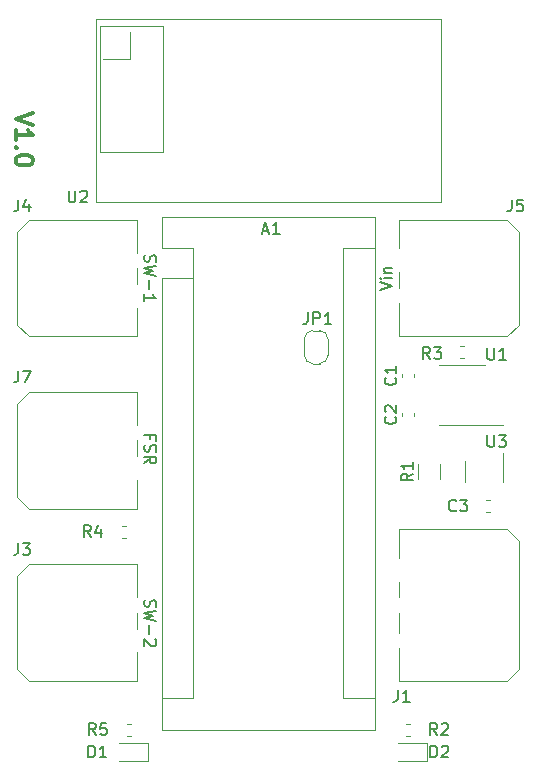
<source format=gbr>
G04 #@! TF.GenerationSoftware,KiCad,Pcbnew,(5.1.5)-3*
G04 #@! TF.CreationDate,2020-05-08T01:18:23-06:00*
G04 #@! TF.ProjectId,cap,6361702e-6b69-4636-9164-5f7063625858,rev?*
G04 #@! TF.SameCoordinates,Original*
G04 #@! TF.FileFunction,Legend,Top*
G04 #@! TF.FilePolarity,Positive*
%FSLAX46Y46*%
G04 Gerber Fmt 4.6, Leading zero omitted, Abs format (unit mm)*
G04 Created by KiCad (PCBNEW (5.1.5)-3) date 2020-05-08 01:18:23*
%MOMM*%
%LPD*%
G04 APERTURE LIST*
%ADD10C,0.150000*%
%ADD11C,0.300000*%
%ADD12C,0.120000*%
G04 APERTURE END LIST*
D10*
X122041238Y-95347619D02*
X121993619Y-95490476D01*
X121993619Y-95728571D01*
X122041238Y-95823809D01*
X122088857Y-95871428D01*
X122184095Y-95919047D01*
X122279333Y-95919047D01*
X122374571Y-95871428D01*
X122422190Y-95823809D01*
X122469809Y-95728571D01*
X122517428Y-95538095D01*
X122565047Y-95442857D01*
X122612666Y-95395238D01*
X122707904Y-95347619D01*
X122803142Y-95347619D01*
X122898380Y-95395238D01*
X122946000Y-95442857D01*
X122993619Y-95538095D01*
X122993619Y-95776190D01*
X122946000Y-95919047D01*
X122993619Y-96252380D02*
X121993619Y-96490476D01*
X122707904Y-96680952D01*
X121993619Y-96871428D01*
X122993619Y-97109523D01*
X122374571Y-97490476D02*
X122374571Y-98252380D01*
X122898380Y-98680952D02*
X122946000Y-98728571D01*
X122993619Y-98823809D01*
X122993619Y-99061904D01*
X122946000Y-99157142D01*
X122898380Y-99204761D01*
X122803142Y-99252380D01*
X122707904Y-99252380D01*
X122565047Y-99204761D01*
X121993619Y-98633333D01*
X121993619Y-99252380D01*
X122041238Y-66137619D02*
X121993619Y-66280476D01*
X121993619Y-66518571D01*
X122041238Y-66613809D01*
X122088857Y-66661428D01*
X122184095Y-66709047D01*
X122279333Y-66709047D01*
X122374571Y-66661428D01*
X122422190Y-66613809D01*
X122469809Y-66518571D01*
X122517428Y-66328095D01*
X122565047Y-66232857D01*
X122612666Y-66185238D01*
X122707904Y-66137619D01*
X122803142Y-66137619D01*
X122898380Y-66185238D01*
X122946000Y-66232857D01*
X122993619Y-66328095D01*
X122993619Y-66566190D01*
X122946000Y-66709047D01*
X122993619Y-67042380D02*
X121993619Y-67280476D01*
X122707904Y-67470952D01*
X121993619Y-67661428D01*
X122993619Y-67899523D01*
X122374571Y-68280476D02*
X122374571Y-69042380D01*
X121993619Y-70042380D02*
X121993619Y-69470952D01*
X121993619Y-69756666D02*
X122993619Y-69756666D01*
X122850761Y-69661428D01*
X122755523Y-69566190D01*
X122707904Y-69470952D01*
X122517428Y-81734666D02*
X122517428Y-81401333D01*
X121993619Y-81401333D02*
X122993619Y-81401333D01*
X122993619Y-81877523D01*
X122041238Y-82210857D02*
X121993619Y-82353714D01*
X121993619Y-82591809D01*
X122041238Y-82687047D01*
X122088857Y-82734666D01*
X122184095Y-82782285D01*
X122279333Y-82782285D01*
X122374571Y-82734666D01*
X122422190Y-82687047D01*
X122469809Y-82591809D01*
X122517428Y-82401333D01*
X122565047Y-82306095D01*
X122612666Y-82258476D01*
X122707904Y-82210857D01*
X122803142Y-82210857D01*
X122898380Y-82258476D01*
X122946000Y-82306095D01*
X122993619Y-82401333D01*
X122993619Y-82639428D01*
X122946000Y-82782285D01*
X121993619Y-83782285D02*
X122469809Y-83448952D01*
X121993619Y-83210857D02*
X122993619Y-83210857D01*
X122993619Y-83591809D01*
X122946000Y-83687047D01*
X122898380Y-83734666D01*
X122803142Y-83782285D01*
X122660285Y-83782285D01*
X122565047Y-83734666D01*
X122517428Y-83687047D01*
X122469809Y-83591809D01*
X122469809Y-83210857D01*
X141964380Y-69113809D02*
X142964380Y-68780476D01*
X141964380Y-68447142D01*
X142964380Y-68113809D02*
X142297714Y-68113809D01*
X141964380Y-68113809D02*
X142012000Y-68161428D01*
X142059619Y-68113809D01*
X142012000Y-68066190D01*
X141964380Y-68113809D01*
X142059619Y-68113809D01*
X142297714Y-67637619D02*
X142964380Y-67637619D01*
X142392952Y-67637619D02*
X142345333Y-67590000D01*
X142297714Y-67494761D01*
X142297714Y-67351904D01*
X142345333Y-67256666D01*
X142440571Y-67209047D01*
X142964380Y-67209047D01*
D11*
X112599428Y-54120285D02*
X111099428Y-54620285D01*
X112599428Y-55120285D01*
X111099428Y-56406000D02*
X111099428Y-55548857D01*
X111099428Y-55977428D02*
X112599428Y-55977428D01*
X112385142Y-55834571D01*
X112242285Y-55691714D01*
X112170857Y-55548857D01*
X111242285Y-57048857D02*
X111170857Y-57120285D01*
X111099428Y-57048857D01*
X111170857Y-56977428D01*
X111242285Y-57048857D01*
X111099428Y-57048857D01*
X112599428Y-58048857D02*
X112599428Y-58191714D01*
X112528000Y-58334571D01*
X112456571Y-58406000D01*
X112313714Y-58477428D01*
X112028000Y-58548857D01*
X111670857Y-58548857D01*
X111385142Y-58477428D01*
X111242285Y-58406000D01*
X111170857Y-58334571D01*
X111099428Y-58191714D01*
X111099428Y-58048857D01*
X111170857Y-57906000D01*
X111242285Y-57834571D01*
X111385142Y-57763142D01*
X111670857Y-57691714D01*
X112028000Y-57691714D01*
X112313714Y-57763142D01*
X112456571Y-57834571D01*
X112528000Y-57906000D01*
X112599428Y-58048857D01*
D12*
X141530000Y-62890000D02*
X123490000Y-62890000D01*
X141530000Y-106330000D02*
X141530000Y-62890000D01*
X123490000Y-106330000D02*
X141530000Y-106330000D01*
X126160000Y-103660000D02*
X123490000Y-103660000D01*
X126160000Y-68100000D02*
X126160000Y-103660000D01*
X126160000Y-68100000D02*
X123490000Y-68100000D01*
X138860000Y-103660000D02*
X141530000Y-103660000D01*
X138860000Y-65560000D02*
X138860000Y-103660000D01*
X138860000Y-65560000D02*
X141530000Y-65560000D01*
X123490000Y-62890000D02*
X123490000Y-65560000D01*
X123490000Y-68100000D02*
X123490000Y-106330000D01*
X126160000Y-65560000D02*
X123490000Y-65560000D01*
X126160000Y-68100000D02*
X126160000Y-65560000D01*
X120124221Y-90063000D02*
X120449779Y-90063000D01*
X120124221Y-89043000D02*
X120449779Y-89043000D01*
X148728221Y-74863000D02*
X149053779Y-74863000D01*
X148728221Y-73843000D02*
X149053779Y-73843000D01*
X137543000Y-73232000D02*
X137543000Y-74632000D01*
X136843000Y-75332000D02*
X136243000Y-75332000D01*
X135543000Y-74632000D02*
X135543000Y-73232000D01*
X136243000Y-72532000D02*
X136843000Y-72532000D01*
X136843000Y-72532000D02*
G75*
G02X137543000Y-73232000I0J-700000D01*
G01*
X135543000Y-73232000D02*
G75*
G02X136243000Y-72532000I700000J0D01*
G01*
X136243000Y-75332000D02*
G75*
G02X135543000Y-74632000I0J700000D01*
G01*
X137543000Y-74632000D02*
G75*
G02X136843000Y-75332000I-700000J0D01*
G01*
X144824000Y-79809779D02*
X144824000Y-79484221D01*
X143804000Y-79809779D02*
X143804000Y-79484221D01*
X144824000Y-76507779D02*
X144824000Y-76182221D01*
X143804000Y-76507779D02*
X143804000Y-76182221D01*
X118230000Y-46736000D02*
X123564000Y-46736000D01*
X123564000Y-46736000D02*
X123564000Y-57404000D01*
X123564000Y-57404000D02*
X118230000Y-57404000D01*
X118230000Y-57404000D02*
X118230000Y-57404000D01*
X120770000Y-47244000D02*
X120770000Y-49530000D01*
X120770000Y-49530000D02*
X118484000Y-49530000D01*
X118484000Y-49530000D02*
X118484000Y-49530000D01*
X117900000Y-46160000D02*
X147100000Y-46160000D01*
X147100000Y-46160000D02*
X147100000Y-61610000D01*
X147100000Y-61610000D02*
X117900000Y-61610000D01*
X117900000Y-61610000D02*
X117900000Y-46160000D01*
X117900000Y-46160000D02*
X117900000Y-46160000D01*
X118230000Y-57404000D02*
X118230000Y-46736000D01*
X118230000Y-46736000D02*
X118230000Y-46736000D01*
X151273779Y-87904000D02*
X150948221Y-87904000D01*
X151273779Y-86884000D02*
X150948221Y-86884000D01*
X148891000Y-75436000D02*
X146941000Y-75436000D01*
X148891000Y-75436000D02*
X150841000Y-75436000D01*
X148891000Y-80556000D02*
X146941000Y-80556000D01*
X148891000Y-80556000D02*
X152341000Y-80556000D01*
X149181000Y-83573000D02*
X149181000Y-85373000D01*
X152401000Y-85373000D02*
X152401000Y-82923000D01*
X119868000Y-108955000D02*
X122328000Y-108955000D01*
X122328000Y-108955000D02*
X122328000Y-107485000D01*
X122328000Y-107485000D02*
X119868000Y-107485000D01*
X145950000Y-107485000D02*
X143490000Y-107485000D01*
X145950000Y-108955000D02*
X145950000Y-107485000D01*
X143490000Y-108955000D02*
X145950000Y-108955000D01*
X144461267Y-106827000D02*
X144118733Y-106827000D01*
X144461267Y-105807000D02*
X144118733Y-105807000D01*
X120884267Y-105807000D02*
X120541733Y-105807000D01*
X120884267Y-106827000D02*
X120541733Y-106827000D01*
X121377000Y-102211000D02*
X112257000Y-102211000D01*
X112257000Y-102211000D02*
X111257000Y-101211000D01*
X111257000Y-101211000D02*
X111257000Y-93341000D01*
X111257000Y-93341000D02*
X112257000Y-92341000D01*
X112257000Y-92341000D02*
X121377000Y-92341000D01*
X121377000Y-102211000D02*
X121377000Y-99786000D01*
X121377000Y-92341000D02*
X121377000Y-95124233D01*
X121377000Y-97766000D02*
X121377000Y-96427767D01*
X143581000Y-89341000D02*
X152701000Y-89341000D01*
X152701000Y-89341000D02*
X153701000Y-90341000D01*
X153701000Y-90341000D02*
X153701000Y-101211000D01*
X153701000Y-101211000D02*
X152701000Y-102211000D01*
X152701000Y-102211000D02*
X143581000Y-102211000D01*
X143581000Y-89341000D02*
X143581000Y-91766000D01*
X143581000Y-102211000D02*
X143581000Y-99427767D01*
X143581000Y-93786000D02*
X143581000Y-95124233D01*
X143581000Y-96427767D02*
X143581000Y-98124233D01*
X121377000Y-73025000D02*
X112257000Y-73025000D01*
X112257000Y-73025000D02*
X111257000Y-72025000D01*
X111257000Y-72025000D02*
X111257000Y-64155000D01*
X111257000Y-64155000D02*
X112257000Y-63155000D01*
X112257000Y-63155000D02*
X121377000Y-63155000D01*
X121377000Y-73025000D02*
X121377000Y-70600000D01*
X121377000Y-63155000D02*
X121377000Y-65938233D01*
X121377000Y-68580000D02*
X121377000Y-67241767D01*
X143581000Y-63155000D02*
X152701000Y-63155000D01*
X152701000Y-63155000D02*
X153701000Y-64155000D01*
X153701000Y-64155000D02*
X153701000Y-72025000D01*
X153701000Y-72025000D02*
X152701000Y-73025000D01*
X152701000Y-73025000D02*
X143581000Y-73025000D01*
X143581000Y-63155000D02*
X143581000Y-65580000D01*
X143581000Y-73025000D02*
X143581000Y-70241767D01*
X143581000Y-67600000D02*
X143581000Y-68938233D01*
X121377000Y-83173000D02*
X121377000Y-81834767D01*
X121377000Y-77748000D02*
X121377000Y-80531233D01*
X121377000Y-87618000D02*
X121377000Y-85193000D01*
X112257000Y-77748000D02*
X121377000Y-77748000D01*
X111257000Y-78748000D02*
X112257000Y-77748000D01*
X111257000Y-86618000D02*
X111257000Y-78748000D01*
X112257000Y-87618000D02*
X111257000Y-86618000D01*
X121377000Y-87618000D02*
X112257000Y-87618000D01*
X145182000Y-85075064D02*
X145182000Y-83870936D01*
X147002000Y-85075064D02*
X147002000Y-83870936D01*
D10*
X132018714Y-64065666D02*
X132494904Y-64065666D01*
X131923476Y-64351380D02*
X132256809Y-63351380D01*
X132590142Y-64351380D01*
X133447285Y-64351380D02*
X132875857Y-64351380D01*
X133161571Y-64351380D02*
X133161571Y-63351380D01*
X133066333Y-63494238D01*
X132971095Y-63589476D01*
X132875857Y-63637095D01*
X117453333Y-90005380D02*
X117120000Y-89529190D01*
X116881904Y-90005380D02*
X116881904Y-89005380D01*
X117262857Y-89005380D01*
X117358095Y-89053000D01*
X117405714Y-89100619D01*
X117453333Y-89195857D01*
X117453333Y-89338714D01*
X117405714Y-89433952D01*
X117358095Y-89481571D01*
X117262857Y-89529190D01*
X116881904Y-89529190D01*
X118310476Y-89338714D02*
X118310476Y-90005380D01*
X118072380Y-88957761D02*
X117834285Y-89672047D01*
X118453333Y-89672047D01*
X146184333Y-74932380D02*
X145851000Y-74456190D01*
X145612904Y-74932380D02*
X145612904Y-73932380D01*
X145993857Y-73932380D01*
X146089095Y-73980000D01*
X146136714Y-74027619D01*
X146184333Y-74122857D01*
X146184333Y-74265714D01*
X146136714Y-74360952D01*
X146089095Y-74408571D01*
X145993857Y-74456190D01*
X145612904Y-74456190D01*
X146517666Y-73932380D02*
X147136714Y-73932380D01*
X146803380Y-74313333D01*
X146946238Y-74313333D01*
X147041476Y-74360952D01*
X147089095Y-74408571D01*
X147136714Y-74503809D01*
X147136714Y-74741904D01*
X147089095Y-74837142D01*
X147041476Y-74884761D01*
X146946238Y-74932380D01*
X146660523Y-74932380D01*
X146565285Y-74884761D01*
X146517666Y-74837142D01*
X135836666Y-70986380D02*
X135836666Y-71700666D01*
X135789047Y-71843523D01*
X135693809Y-71938761D01*
X135550952Y-71986380D01*
X135455714Y-71986380D01*
X136312857Y-71986380D02*
X136312857Y-70986380D01*
X136693809Y-70986380D01*
X136789047Y-71034000D01*
X136836666Y-71081619D01*
X136884285Y-71176857D01*
X136884285Y-71319714D01*
X136836666Y-71414952D01*
X136789047Y-71462571D01*
X136693809Y-71510190D01*
X136312857Y-71510190D01*
X137836666Y-71986380D02*
X137265238Y-71986380D01*
X137550952Y-71986380D02*
X137550952Y-70986380D01*
X137455714Y-71129238D01*
X137360476Y-71224476D01*
X137265238Y-71272095D01*
X143250142Y-79813666D02*
X143297761Y-79861285D01*
X143345380Y-80004142D01*
X143345380Y-80099380D01*
X143297761Y-80242238D01*
X143202523Y-80337476D01*
X143107285Y-80385095D01*
X142916809Y-80432714D01*
X142773952Y-80432714D01*
X142583476Y-80385095D01*
X142488238Y-80337476D01*
X142393000Y-80242238D01*
X142345380Y-80099380D01*
X142345380Y-80004142D01*
X142393000Y-79861285D01*
X142440619Y-79813666D01*
X142440619Y-79432714D02*
X142393000Y-79385095D01*
X142345380Y-79289857D01*
X142345380Y-79051761D01*
X142393000Y-78956523D01*
X142440619Y-78908904D01*
X142535857Y-78861285D01*
X142631095Y-78861285D01*
X142773952Y-78908904D01*
X143345380Y-79480333D01*
X143345380Y-78861285D01*
X143250142Y-76511666D02*
X143297761Y-76559285D01*
X143345380Y-76702142D01*
X143345380Y-76797380D01*
X143297761Y-76940238D01*
X143202523Y-77035476D01*
X143107285Y-77083095D01*
X142916809Y-77130714D01*
X142773952Y-77130714D01*
X142583476Y-77083095D01*
X142488238Y-77035476D01*
X142393000Y-76940238D01*
X142345380Y-76797380D01*
X142345380Y-76702142D01*
X142393000Y-76559285D01*
X142440619Y-76511666D01*
X143345380Y-75559285D02*
X143345380Y-76130714D01*
X143345380Y-75845000D02*
X142345380Y-75845000D01*
X142488238Y-75940238D01*
X142583476Y-76035476D01*
X142631095Y-76130714D01*
X115588095Y-60684380D02*
X115588095Y-61493904D01*
X115635714Y-61589142D01*
X115683333Y-61636761D01*
X115778571Y-61684380D01*
X115969047Y-61684380D01*
X116064285Y-61636761D01*
X116111904Y-61589142D01*
X116159523Y-61493904D01*
X116159523Y-60684380D01*
X116588095Y-60779619D02*
X116635714Y-60732000D01*
X116730952Y-60684380D01*
X116969047Y-60684380D01*
X117064285Y-60732000D01*
X117111904Y-60779619D01*
X117159523Y-60874857D01*
X117159523Y-60970095D01*
X117111904Y-61112952D01*
X116540476Y-61684380D01*
X117159523Y-61684380D01*
X148404333Y-87751142D02*
X148356714Y-87798761D01*
X148213857Y-87846380D01*
X148118619Y-87846380D01*
X147975761Y-87798761D01*
X147880523Y-87703523D01*
X147832904Y-87608285D01*
X147785285Y-87417809D01*
X147785285Y-87274952D01*
X147832904Y-87084476D01*
X147880523Y-86989238D01*
X147975761Y-86894000D01*
X148118619Y-86846380D01*
X148213857Y-86846380D01*
X148356714Y-86894000D01*
X148404333Y-86941619D01*
X148737666Y-86846380D02*
X149356714Y-86846380D01*
X149023380Y-87227333D01*
X149166238Y-87227333D01*
X149261476Y-87274952D01*
X149309095Y-87322571D01*
X149356714Y-87417809D01*
X149356714Y-87655904D01*
X149309095Y-87751142D01*
X149261476Y-87798761D01*
X149166238Y-87846380D01*
X148880523Y-87846380D01*
X148785285Y-87798761D01*
X148737666Y-87751142D01*
X151045095Y-74019380D02*
X151045095Y-74828904D01*
X151092714Y-74924142D01*
X151140333Y-74971761D01*
X151235571Y-75019380D01*
X151426047Y-75019380D01*
X151521285Y-74971761D01*
X151568904Y-74924142D01*
X151616523Y-74828904D01*
X151616523Y-74019380D01*
X152616523Y-75019380D02*
X152045095Y-75019380D01*
X152330809Y-75019380D02*
X152330809Y-74019380D01*
X152235571Y-74162238D01*
X152140333Y-74257476D01*
X152045095Y-74305095D01*
X151045095Y-81385380D02*
X151045095Y-82194904D01*
X151092714Y-82290142D01*
X151140333Y-82337761D01*
X151235571Y-82385380D01*
X151426047Y-82385380D01*
X151521285Y-82337761D01*
X151568904Y-82290142D01*
X151616523Y-82194904D01*
X151616523Y-81385380D01*
X151997476Y-81385380D02*
X152616523Y-81385380D01*
X152283190Y-81766333D01*
X152426047Y-81766333D01*
X152521285Y-81813952D01*
X152568904Y-81861571D01*
X152616523Y-81956809D01*
X152616523Y-82194904D01*
X152568904Y-82290142D01*
X152521285Y-82337761D01*
X152426047Y-82385380D01*
X152140333Y-82385380D01*
X152045095Y-82337761D01*
X151997476Y-82290142D01*
X117262904Y-108672380D02*
X117262904Y-107672380D01*
X117501000Y-107672380D01*
X117643857Y-107720000D01*
X117739095Y-107815238D01*
X117786714Y-107910476D01*
X117834333Y-108100952D01*
X117834333Y-108243809D01*
X117786714Y-108434285D01*
X117739095Y-108529523D01*
X117643857Y-108624761D01*
X117501000Y-108672380D01*
X117262904Y-108672380D01*
X118786714Y-108672380D02*
X118215285Y-108672380D01*
X118501000Y-108672380D02*
X118501000Y-107672380D01*
X118405761Y-107815238D01*
X118310523Y-107910476D01*
X118215285Y-107958095D01*
X146218904Y-108672380D02*
X146218904Y-107672380D01*
X146457000Y-107672380D01*
X146599857Y-107720000D01*
X146695095Y-107815238D01*
X146742714Y-107910476D01*
X146790333Y-108100952D01*
X146790333Y-108243809D01*
X146742714Y-108434285D01*
X146695095Y-108529523D01*
X146599857Y-108624761D01*
X146457000Y-108672380D01*
X146218904Y-108672380D01*
X147171285Y-107767619D02*
X147218904Y-107720000D01*
X147314142Y-107672380D01*
X147552238Y-107672380D01*
X147647476Y-107720000D01*
X147695095Y-107767619D01*
X147742714Y-107862857D01*
X147742714Y-107958095D01*
X147695095Y-108100952D01*
X147123666Y-108672380D01*
X147742714Y-108672380D01*
X146790333Y-106769380D02*
X146457000Y-106293190D01*
X146218904Y-106769380D02*
X146218904Y-105769380D01*
X146599857Y-105769380D01*
X146695095Y-105817000D01*
X146742714Y-105864619D01*
X146790333Y-105959857D01*
X146790333Y-106102714D01*
X146742714Y-106197952D01*
X146695095Y-106245571D01*
X146599857Y-106293190D01*
X146218904Y-106293190D01*
X147171285Y-105864619D02*
X147218904Y-105817000D01*
X147314142Y-105769380D01*
X147552238Y-105769380D01*
X147647476Y-105817000D01*
X147695095Y-105864619D01*
X147742714Y-105959857D01*
X147742714Y-106055095D01*
X147695095Y-106197952D01*
X147123666Y-106769380D01*
X147742714Y-106769380D01*
X117879333Y-106769380D02*
X117546000Y-106293190D01*
X117307904Y-106769380D02*
X117307904Y-105769380D01*
X117688857Y-105769380D01*
X117784095Y-105817000D01*
X117831714Y-105864619D01*
X117879333Y-105959857D01*
X117879333Y-106102714D01*
X117831714Y-106197952D01*
X117784095Y-106245571D01*
X117688857Y-106293190D01*
X117307904Y-106293190D01*
X118784095Y-105769380D02*
X118307904Y-105769380D01*
X118260285Y-106245571D01*
X118307904Y-106197952D01*
X118403142Y-106150333D01*
X118641238Y-106150333D01*
X118736476Y-106197952D01*
X118784095Y-106245571D01*
X118831714Y-106340809D01*
X118831714Y-106578904D01*
X118784095Y-106674142D01*
X118736476Y-106721761D01*
X118641238Y-106769380D01*
X118403142Y-106769380D01*
X118307904Y-106721761D01*
X118260285Y-106674142D01*
X111317666Y-90529380D02*
X111317666Y-91243666D01*
X111270047Y-91386523D01*
X111174809Y-91481761D01*
X111031952Y-91529380D01*
X110936714Y-91529380D01*
X111698619Y-90529380D02*
X112317666Y-90529380D01*
X111984333Y-90910333D01*
X112127190Y-90910333D01*
X112222428Y-90957952D01*
X112270047Y-91005571D01*
X112317666Y-91100809D01*
X112317666Y-91338904D01*
X112270047Y-91434142D01*
X112222428Y-91481761D01*
X112127190Y-91529380D01*
X111841476Y-91529380D01*
X111746238Y-91481761D01*
X111698619Y-91434142D01*
X143450666Y-102975380D02*
X143450666Y-103689666D01*
X143403047Y-103832523D01*
X143307809Y-103927761D01*
X143164952Y-103975380D01*
X143069714Y-103975380D01*
X144450666Y-103975380D02*
X143879238Y-103975380D01*
X144164952Y-103975380D02*
X144164952Y-102975380D01*
X144069714Y-103118238D01*
X143974476Y-103213476D01*
X143879238Y-103261095D01*
X111317666Y-61446380D02*
X111317666Y-62160666D01*
X111270047Y-62303523D01*
X111174809Y-62398761D01*
X111031952Y-62446380D01*
X110936714Y-62446380D01*
X112222428Y-61779714D02*
X112222428Y-62446380D01*
X111984333Y-61398761D02*
X111746238Y-62113047D01*
X112365285Y-62113047D01*
X153100666Y-61446380D02*
X153100666Y-62160666D01*
X153053047Y-62303523D01*
X152957809Y-62398761D01*
X152814952Y-62446380D01*
X152719714Y-62446380D01*
X154053047Y-61446380D02*
X153576857Y-61446380D01*
X153529238Y-61922571D01*
X153576857Y-61874952D01*
X153672095Y-61827333D01*
X153910190Y-61827333D01*
X154005428Y-61874952D01*
X154053047Y-61922571D01*
X154100666Y-62017809D01*
X154100666Y-62255904D01*
X154053047Y-62351142D01*
X154005428Y-62398761D01*
X153910190Y-62446380D01*
X153672095Y-62446380D01*
X153576857Y-62398761D01*
X153529238Y-62351142D01*
X111317666Y-75924380D02*
X111317666Y-76638666D01*
X111270047Y-76781523D01*
X111174809Y-76876761D01*
X111031952Y-76924380D01*
X110936714Y-76924380D01*
X111698619Y-75924380D02*
X112365285Y-75924380D01*
X111936714Y-76924380D01*
X144724380Y-84639666D02*
X144248190Y-84973000D01*
X144724380Y-85211095D02*
X143724380Y-85211095D01*
X143724380Y-84830142D01*
X143772000Y-84734904D01*
X143819619Y-84687285D01*
X143914857Y-84639666D01*
X144057714Y-84639666D01*
X144152952Y-84687285D01*
X144200571Y-84734904D01*
X144248190Y-84830142D01*
X144248190Y-85211095D01*
X144724380Y-83687285D02*
X144724380Y-84258714D01*
X144724380Y-83973000D02*
X143724380Y-83973000D01*
X143867238Y-84068238D01*
X143962476Y-84163476D01*
X144010095Y-84258714D01*
M02*

</source>
